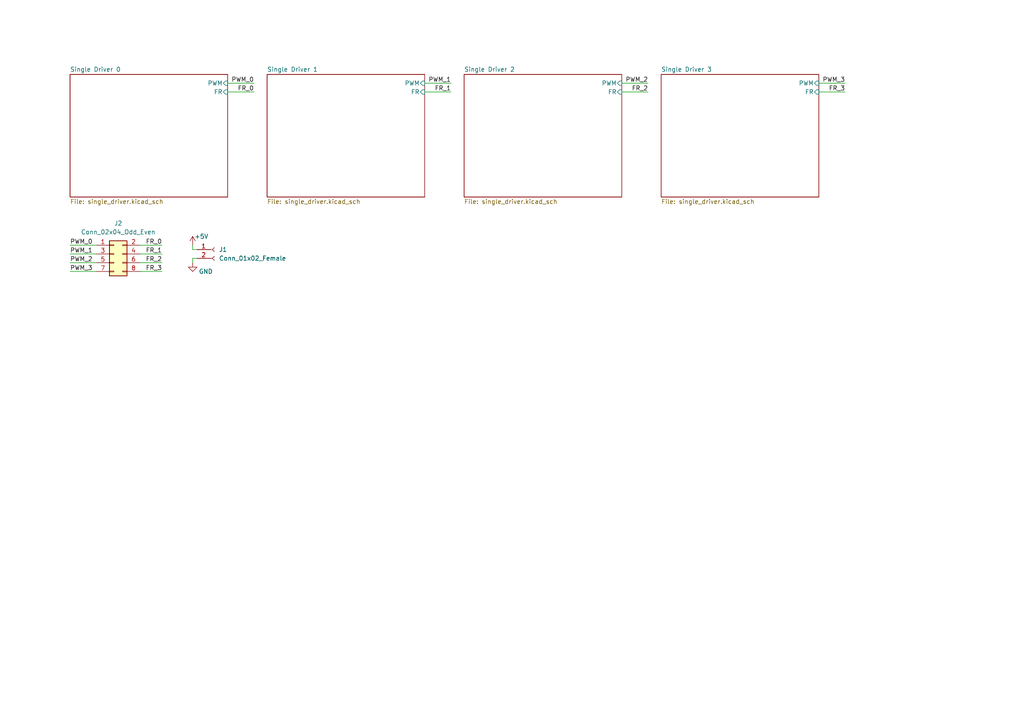
<source format=kicad_sch>
(kicad_sch (version 20211123) (generator eeschema)
  (paper "A4")
  (lib_symbols
    (symbol "Connector:Conn_01x02_Female" (pin_names (offset 1.016) hide)
      (property "Reference" "J" (at 0 2.54 0))
      (property "Value" "Conn_01x02_Female" (at 0 -5.08 0))
      (symbol "Conn_01x02_Female_1_1"
        (arc (start 0 -2.032) (mid -0.508 -2.54) (end 0 -3.048) (stroke (width 0.1524)))
        (polyline (pts (xy -1.27 -2.54) (xy -0.508 -2.54)) (stroke (width 0.1524)))
        (polyline (pts (xy -1.27 0) (xy -0.508 0)) (stroke (width 0.1524)))
        (arc (start 0 0.508) (mid -0.508 0) (end 0 -0.508) (stroke (width 0.1524)))
        (pin passive line (at -5.08 0 0) (length 3.81) (name "Pin_1") (number "1"))
        (pin passive line (at -5.08 -2.54 0) (length 3.81) (name "Pin_2") (number "2"))
      )
    )
    (symbol "Connector_Generic:Conn_02x04_Odd_Even" (pin_names (offset 1.016) hide)
      (property "Reference" "J" (at 1.27 5.08 0))
      (property "Value" "Conn_02x04_Odd_Even" (at 1.27 -7.62 0))
      (symbol "Conn_02x04_Odd_Even_1_1"
        (rectangle (start -1.27 -4.953) (end 0 -5.207) (stroke (width 0.1524)))
        (rectangle (start -1.27 -2.413) (end 0 -2.667) (stroke (width 0.1524)))
        (rectangle (start -1.27 0.127) (end 0 -0.127) (stroke (width 0.1524)))
        (rectangle (start -1.27 2.667) (end 0 2.413) (stroke (width 0.1524)))
        (rectangle (start -1.27 3.81) (end 3.81 -6.35) (stroke (width 0.254)) (fill (type background)))
        (rectangle (start 3.81 -4.953) (end 2.54 -5.207) (stroke (width 0.1524)))
        (rectangle (start 3.81 -2.413) (end 2.54 -2.667) (stroke (width 0.1524)))
        (rectangle (start 3.81 0.127) (end 2.54 -0.127) (stroke (width 0.1524)))
        (rectangle (start 3.81 2.667) (end 2.54 2.413) (stroke (width 0.1524)))
        (pin passive line (at -5.08 2.54 0) (length 3.81) (name "Pin_1") (number "1"))
        (pin passive line (at 7.62 2.54 180) (length 3.81) (name "Pin_2") (number "2"))
        (pin passive line (at -5.08 0 0) (length 3.81) (name "Pin_3") (number "3"))
        (pin passive line (at 7.62 0 180) (length 3.81) (name "Pin_4") (number "4"))
        (pin passive line (at -5.08 -2.54 0) (length 3.81) (name "Pin_5") (number "5"))
        (pin passive line (at 7.62 -2.54 180) (length 3.81) (name "Pin_6") (number "6"))
        (pin passive line (at -5.08 -5.08 0) (length 3.81) (name "Pin_7") (number "7"))
        (pin passive line (at 7.62 -5.08 180) (length 3.81) (name "Pin_8") (number "8"))
      )
    )
    (symbol "power:+5V" (power) (pin_names (offset 0))
      (property "Value" "+5V" (at 0 3.556 0))
      (symbol "+5V_0_1"
        (polyline (pts (xy -0.762 1.27) (xy 0 2.54)))
        (polyline (pts (xy 0 0) (xy 0 2.54)))
        (polyline (pts (xy 0 2.54) (xy 0.762 1.27)))
      )
      (symbol "+5V_1_1"
        (pin power_in line (at 0 0 90) (length 0) hide (name "+5V") (number "1"))
      )
    )
    (symbol "power:GND" (power) (pin_names (offset 0))
      (property "Value" "GND" (at 0 -3.81 0))
      (symbol "GND_0_1"
        (polyline (pts (xy 0 0) (xy 0 -1.27) (xy 1.27 -1.27) (xy 0 -2.54) (xy -1.27 -1.27) (xy 0 -1.27)))
      )
      (symbol "GND_1_1"
        (pin power_in line (at 0 0 270) (length 0) hide (name "GND") (number "1"))
      )
    )
  )
  (wire (pts (xy 40.64 71.12) (xy 46.99 71.12)))
  (wire (pts (xy 66.04 26.67) (xy 73.66 26.67)))
  (wire (pts (xy 123.19 24.13) (xy 130.81 24.13)))
  (wire (pts (xy 20.32 76.2) (xy 27.94 76.2)))
  (wire (pts (xy 123.19 26.67) (xy 130.81 26.67)))
  (wire (pts (xy 20.32 73.66) (xy 27.94 73.66)))
  (wire (pts (xy 40.64 78.74) (xy 46.99 78.74)))
  (wire (pts (xy 180.34 26.67) (xy 187.96 26.67)))
  (wire (pts (xy 55.88 71.12) (xy 55.88 72.39)))
  (wire (pts (xy 55.88 74.93) (xy 57.15 74.93)))
  (wire (pts (xy 237.49 24.13) (xy 245.11 24.13)))
  (wire (pts (xy 55.88 76.2) (xy 55.88 74.93)))
  (wire (pts (xy 237.49 26.67) (xy 245.11 26.67)))
  (wire (pts (xy 55.88 72.39) (xy 57.15 72.39)))
  (wire (pts (xy 40.64 73.66) (xy 46.99 73.66)))
  (wire (pts (xy 20.32 78.74) (xy 27.94 78.74)))
  (wire (pts (xy 66.04 24.13) (xy 73.66 24.13)))
  (wire (pts (xy 20.32 71.12) (xy 27.94 71.12)))
  (wire (pts (xy 180.34 24.13) (xy 187.96 24.13)))
  (wire (pts (xy 40.64 76.2) (xy 46.99 76.2)))
  (label "PWM_1" (at 130.81 24.13 180))
  (label "PWM_2" (at 20.32 76.2 0))
  (label "PWM_2" (at 187.96 24.13 180))
  (label "FR_1" (at 130.81 26.67 180))
  (label "FR_2" (at 46.99 76.2 180))
  (label "PWM_0" (at 73.66 24.13 180))
  (label "FR_3" (at 46.99 78.74 180))
  (label "FR_2" (at 187.96 26.67 180))
  (label "PWM_1" (at 20.32 73.66 0))
  (label "FR_0" (at 73.66 26.67 180))
  (label "FR_0" (at 46.99 71.12 180))
  (label "PWM_0" (at 20.32 71.12 0))
  (label "PWM_3" (at 245.11 24.13 180))
  (label "PWM_3" (at 20.32 78.74 0))
  (label "FR_3" (at 245.11 26.67 180))
  (label "FR_1" (at 46.99 73.66 180))
  (symbol (lib_id "Connector:Conn_01x02_Female") (at 62.23 72.39 0) (unit 1)
    (property "Reference" "J1" (at 63.5 72.3899 0) (effects (justify left)))
    (property "Value" "Conn_01x02_Female" (at 63.5 74.9299 0) (effects (justify left)))
    (property "Footprint" "Connector_PinSocket_2.54mm:PinSocket_1x02_P2.54mm_Vertical" (effects hide))
  )
  (symbol (lib_id "power:GND") (at 55.88 76.2 0) (unit 1)
    (property "Reference" "#PWR02" (effects hide))
    (property "Value" "GND" (at 59.69 78.74 0))
  )
  (symbol (lib_id "Connector_Generic:Conn_02x04_Odd_Even") (at 33.02 73.66 0) (unit 1)
    (property "Reference" "J2" (at 34.29 64.77 0))
    (property "Value" "Conn_02x04_Odd_Even" (at 34.29 67.31 0))
    (property "Footprint" "Connector_PinSocket_2.54mm:PinSocket_2x04_P2.54mm_Vertical" (effects hide))
  )
  (symbol (lib_id "power:+5V") (at 55.88 71.12 0) (unit 1)
    (property "Reference" "#PWR01" (effects hide))
    (property "Value" "+5V" (at 58.42 68.58 0))
  )
  (sheet (at 77.47 21.59) (size 45.72 35.56) (stroke (width 0.1524))
    (property "Sheet name" "Single Driver 1" (at 77.47 20.8784 0) (effects (justify left bottom)))
    (property "Sheet file" "single_driver.kicad_sch" (at 77.47 57.7346 0) (effects (justify left top)))
    (pin "PWM" input (at 123.19 24.13 0))
    (pin "FR" input (at 123.19 26.67 0))
  )
  (sheet (at 191.77 21.59) (size 45.72 35.56) (stroke (width 0.1524))
    (property "Sheet name" "Single Driver 3" (at 191.77 20.8784 0) (effects (justify left bottom)))
    (property "Sheet file" "single_driver.kicad_sch" (at 191.77 57.7346 0) (effects (justify left top)))
    (pin "PWM" input (at 237.49 24.13 0))
    (pin "FR" input (at 237.49 26.67 0))
  )
  (sheet (at 20.32 21.59) (size 45.72 35.56) (stroke (width 0.1524))
    (property "Sheet name" "Single Driver 0" (at 20.32 20.8784 0) (effects (justify left bottom)))
    (property "Sheet file" "single_driver.kicad_sch" (at 20.32 57.7346 0) (effects (justify left top)))
    (pin "PWM" input (at 66.04 24.13 0))
    (pin "FR" input (at 66.04 26.67 0))
  )
  (sheet (at 134.62 21.59) (size 45.72 35.56) (stroke (width 0.1524))
    (property "Sheet name" "Single Driver 2" (at 134.62 20.8784 0) (effects (justify left bottom)))
    (property "Sheet file" "single_driver.kicad_sch" (at 134.62 57.7346 0) (effects (justify left top)))
    (pin "PWM" input (at 180.34 24.13 0))
    (pin "FR" input (at 180.34 26.67 0))
  )
)
</source>
